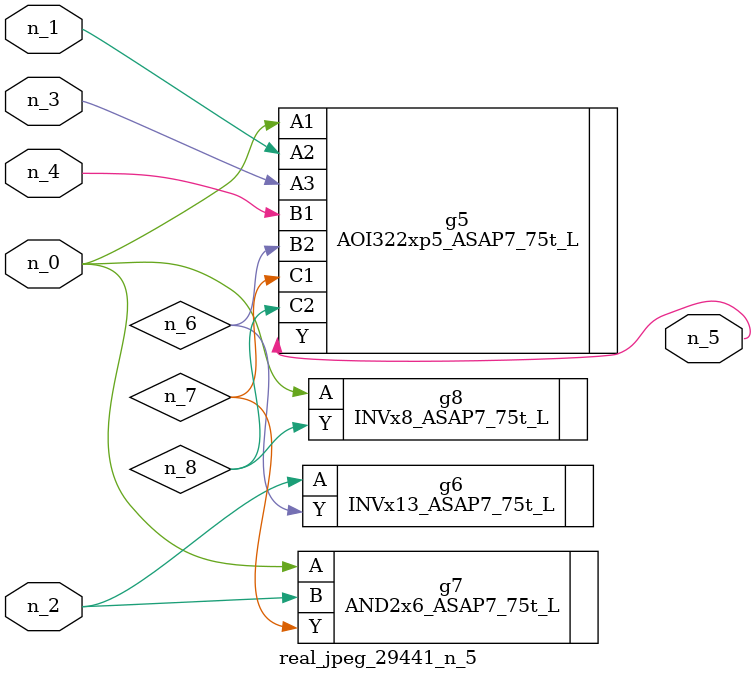
<source format=v>
module real_jpeg_29441_n_5 (n_4, n_0, n_1, n_2, n_3, n_5);

input n_4;
input n_0;
input n_1;
input n_2;
input n_3;

output n_5;

wire n_8;
wire n_6;
wire n_7;

AOI322xp5_ASAP7_75t_L g5 ( 
.A1(n_0),
.A2(n_1),
.A3(n_3),
.B1(n_4),
.B2(n_6),
.C1(n_7),
.C2(n_8),
.Y(n_5)
);

AND2x6_ASAP7_75t_L g7 ( 
.A(n_0),
.B(n_2),
.Y(n_7)
);

INVx8_ASAP7_75t_L g8 ( 
.A(n_0),
.Y(n_8)
);

INVx13_ASAP7_75t_L g6 ( 
.A(n_2),
.Y(n_6)
);


endmodule
</source>
